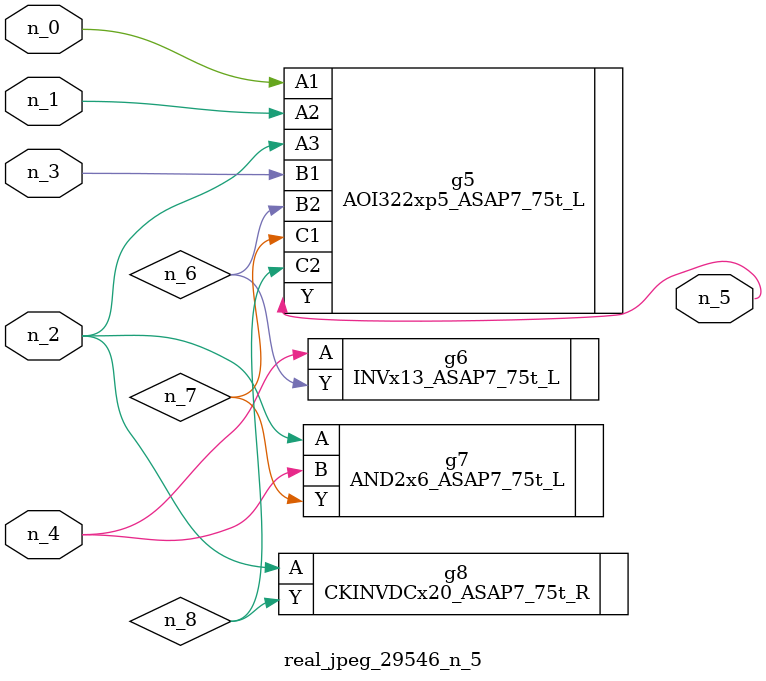
<source format=v>
module real_jpeg_29546_n_5 (n_4, n_0, n_1, n_2, n_3, n_5);

input n_4;
input n_0;
input n_1;
input n_2;
input n_3;

output n_5;

wire n_8;
wire n_6;
wire n_7;

AOI322xp5_ASAP7_75t_L g5 ( 
.A1(n_0),
.A2(n_1),
.A3(n_2),
.B1(n_3),
.B2(n_6),
.C1(n_7),
.C2(n_8),
.Y(n_5)
);

AND2x6_ASAP7_75t_L g7 ( 
.A(n_2),
.B(n_4),
.Y(n_7)
);

CKINVDCx20_ASAP7_75t_R g8 ( 
.A(n_2),
.Y(n_8)
);

INVx13_ASAP7_75t_L g6 ( 
.A(n_4),
.Y(n_6)
);


endmodule
</source>
